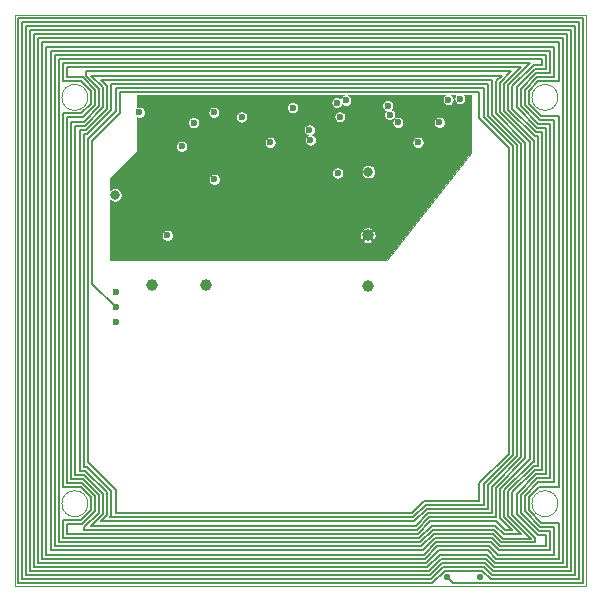
<source format=gbr>
%TF.GenerationSoftware,KiCad,Pcbnew,5.0.2-bee76a0~70~ubuntu18.04.1*%
%TF.CreationDate,2020-02-29T17:21:03-08:00*%
%TF.ProjectId,SolarCellX_v3,536f6c61-7243-4656-9c6c-585f76332e6b,rev?*%
%TF.SameCoordinates,Original*%
%TF.FileFunction,Copper,L4,Inr*%
%TF.FilePolarity,Positive*%
%FSLAX46Y46*%
G04 Gerber Fmt 4.6, Leading zero omitted, Abs format (unit mm)*
G04 Created by KiCad (PCBNEW 5.0.2-bee76a0~70~ubuntu18.04.1) date Sat 29 Feb 2020 05:21:03 PM PST*
%MOMM*%
%LPD*%
G01*
G04 APERTURE LIST*
%ADD10C,0.050000*%
%ADD11C,1.000000*%
%ADD12C,0.600000*%
%ADD13C,0.800000*%
%ADD14C,0.584200*%
%ADD15C,0.190000*%
%ADD16C,0.088900*%
G04 APERTURE END LIST*
D10*
X96200000Y-47000000D02*
G75*
G03X96200000Y-47000000I-1100000J0D01*
G01*
X96200000Y-81400000D02*
G75*
G03X96200000Y-81400000I-1100000J0D01*
G01*
X136000000Y-81400000D02*
G75*
G03X136000000Y-81400000I-1100000J0D01*
G01*
X136000000Y-47000000D02*
G75*
G03X136000000Y-47000000I-1100000J0D01*
G01*
X90000000Y-88400000D02*
X138400000Y-88400000D01*
X90000000Y-88400000D02*
X90000000Y-40000000D01*
X138400000Y-40000000D02*
X138400000Y-88400000D01*
X90000000Y-40000000D02*
X138400000Y-40000000D01*
D11*
X101600000Y-62865000D03*
X106172000Y-62865000D03*
X119888000Y-58674000D03*
X119888000Y-62992000D03*
D12*
X106253260Y-51754256D03*
X107523260Y-51754256D03*
X106253260Y-50509656D03*
X109410500Y-52514500D03*
X107530900Y-50485040D03*
X106923840Y-51092100D03*
X104302012Y-52519693D03*
D13*
X122050000Y-52050000D03*
X124450000Y-55400000D03*
D12*
X128250000Y-47700000D03*
X124650000Y-47694011D03*
X117537610Y-48650791D03*
X117348000Y-53403500D03*
X121600000Y-47700000D03*
X118047740Y-47243775D03*
X126700000Y-47200000D03*
X117284500Y-47434502D03*
X127700000Y-47100000D03*
X105156000Y-49149000D03*
X111633000Y-50800000D03*
X114950000Y-49750000D03*
X121750000Y-48450000D03*
X124150000Y-50800000D03*
X115050000Y-50600000D03*
X106870500Y-48260000D03*
X109232672Y-48653690D03*
X104144156Y-51144656D03*
X102933500Y-58674000D03*
X100550000Y-48250000D03*
D13*
X119958000Y-53290920D03*
D14*
X126619000Y-87630000D03*
D12*
X98552000Y-64770000D03*
X98552000Y-63500000D03*
X98552000Y-66040000D03*
D14*
X129413000Y-87630000D03*
D12*
X122450000Y-49100000D03*
X125950000Y-49100000D03*
X106913660Y-53938656D03*
X113538000Y-47879000D03*
D13*
X98500000Y-55250000D03*
D15*
X129350000Y-46550000D02*
X98900000Y-46550000D01*
X129350000Y-79650000D02*
X131850000Y-77150000D01*
X124700000Y-81150000D02*
X129350000Y-81150000D01*
X123650000Y-82200000D02*
X124700000Y-81150000D01*
X98550000Y-82200000D02*
X123650000Y-82200000D01*
X98550000Y-80250000D02*
X98550000Y-82200000D01*
X96200000Y-77900000D02*
X98550000Y-80250000D01*
X98550000Y-46200000D02*
X98550000Y-48150000D01*
X129700000Y-46200000D02*
X98550000Y-46200000D01*
X129700000Y-48650000D02*
X129700000Y-46200000D01*
X132200000Y-51150000D02*
X129700000Y-48650000D01*
X132200000Y-77250000D02*
X132200000Y-51150000D01*
X129700000Y-79750000D02*
X132200000Y-77250000D01*
X129700000Y-81500000D02*
X129700000Y-79750000D01*
X123750000Y-82550000D02*
X124800000Y-81500000D01*
X98200000Y-82450000D02*
X98100000Y-82550000D01*
X95850000Y-78250000D02*
X96100000Y-78250000D01*
X96150000Y-50100000D02*
X95850000Y-50100000D01*
X98200000Y-48050000D02*
X96150000Y-50100000D01*
X130050000Y-45850000D02*
X98200000Y-45850000D01*
X98900000Y-48300000D02*
X96550000Y-50650000D01*
X130050000Y-48550000D02*
X130050000Y-45850000D01*
X132550000Y-51050000D02*
X130050000Y-48550000D01*
X130050000Y-81850000D02*
X130050000Y-79850000D01*
X97850000Y-82350000D02*
X97300000Y-82900000D01*
X98200000Y-80350000D02*
X98200000Y-82450000D01*
X132550000Y-77350000D02*
X132550000Y-51050000D01*
X95500000Y-49750000D02*
X95500000Y-78600000D01*
X96050000Y-49750000D02*
X95500000Y-49750000D01*
X97850000Y-46050000D02*
X97850000Y-47950000D01*
X130400000Y-79950000D02*
X132900000Y-77450000D01*
X130400000Y-82200000D02*
X130400000Y-79950000D01*
X125000000Y-82200000D02*
X130400000Y-82200000D01*
X96550000Y-62768000D02*
X98552000Y-64770000D01*
X131850000Y-51250000D02*
X129350000Y-48750000D01*
X96500000Y-83250000D02*
X123950000Y-83250000D01*
X97500000Y-82250000D02*
X96500000Y-83250000D01*
X97500000Y-80550000D02*
X97500000Y-82250000D01*
X95900000Y-78950000D02*
X97500000Y-80550000D01*
X95150000Y-49400000D02*
X95150000Y-78950000D01*
X95950000Y-49400000D02*
X95150000Y-49400000D01*
X97500000Y-47850000D02*
X95950000Y-49400000D01*
X96500000Y-45150000D02*
X97500000Y-46150000D01*
X131250000Y-45150000D02*
X96500000Y-45150000D01*
X130750000Y-45650000D02*
X131250000Y-45150000D01*
X133250000Y-50850000D02*
X130750000Y-48350000D01*
X133250000Y-77550000D02*
X133250000Y-50850000D01*
X98100000Y-82550000D02*
X123750000Y-82550000D01*
X130750000Y-82550000D02*
X130750000Y-80050000D01*
X124050000Y-83600000D02*
X125100000Y-82550000D01*
X95900000Y-83600000D02*
X124050000Y-83600000D01*
X95900000Y-83400000D02*
X95900000Y-83600000D01*
X97150000Y-82150000D02*
X95900000Y-83400000D01*
X94800000Y-49050000D02*
X94800000Y-79300000D01*
X97150000Y-46250000D02*
X97150000Y-47750000D01*
X96050000Y-44800000D02*
X96050000Y-45150000D01*
X131100000Y-45750000D02*
X132050000Y-44800000D01*
X130050000Y-79850000D02*
X132550000Y-77350000D01*
X131100000Y-48250000D02*
X131100000Y-45750000D01*
X132900000Y-50950000D02*
X130400000Y-48450000D01*
X133600000Y-50750000D02*
X131100000Y-48250000D01*
X133600000Y-77650000D02*
X133600000Y-50750000D01*
X131100000Y-80150000D02*
X133600000Y-77650000D01*
X132100000Y-83650000D02*
X131100000Y-82650000D01*
X131550000Y-83650000D02*
X132100000Y-83650000D01*
X130800000Y-82900000D02*
X131550000Y-83650000D01*
X124150000Y-83950000D02*
X125200000Y-82900000D01*
X125100000Y-82550000D02*
X130750000Y-82550000D01*
X95750000Y-48700000D02*
X94450000Y-48700000D01*
X96800000Y-46350000D02*
X96800000Y-47650000D01*
X135350000Y-79250000D02*
X135350000Y-49250000D01*
X131450000Y-45850000D02*
X132850000Y-44450000D01*
X95611409Y-80000000D02*
X96451570Y-80840161D01*
X133950000Y-50650000D02*
X131450000Y-48150000D01*
X131450000Y-82550000D02*
X131450000Y-80250000D01*
X96451570Y-81959838D02*
X95611408Y-82800000D01*
X136050000Y-42350000D02*
X92350000Y-42350000D01*
X132150000Y-80450000D02*
X134050000Y-78550000D01*
X132900000Y-84000000D02*
X131450000Y-82550000D01*
X96451570Y-80840161D02*
X96451570Y-81959838D01*
X96451570Y-46440161D02*
X96451570Y-47559838D01*
X132850000Y-44450000D02*
X94450000Y-44450000D01*
X96800000Y-47650000D02*
X95750000Y-48700000D01*
X133850000Y-77850000D02*
X133950000Y-77850000D01*
X134650000Y-49950000D02*
X134150000Y-49950000D01*
X94100000Y-45650000D02*
X95661409Y-45650000D01*
X133650000Y-44100000D02*
X94100000Y-44100000D01*
X96050000Y-45150000D02*
X97150000Y-46250000D01*
X90600000Y-87800000D02*
X125250000Y-87800000D01*
X132500000Y-82250000D02*
X132500000Y-80550000D01*
X125300000Y-83250000D02*
X130700000Y-83250000D01*
X98900000Y-46550000D02*
X98900000Y-48300000D01*
X131800000Y-48050000D02*
X131800000Y-45950000D01*
X123950000Y-83250000D02*
X125000000Y-82200000D01*
X133200000Y-46350000D02*
X134250000Y-45300000D01*
X93050000Y-43050000D02*
X93050000Y-85350000D01*
X134300000Y-50300000D02*
X134050000Y-50300000D01*
X133950000Y-78200000D02*
X134300000Y-78200000D01*
X131800000Y-80350000D02*
X133950000Y-78200000D01*
X94450000Y-48700000D02*
X94450000Y-79650000D01*
X129900000Y-86050000D02*
X130600000Y-86750000D01*
X133700000Y-84350000D02*
X131800000Y-82450000D01*
X132900000Y-77450000D02*
X132900000Y-50950000D01*
X135700000Y-45300000D02*
X135700000Y-42700000D01*
X134250000Y-49600000D02*
X132500000Y-47850000D01*
X131350000Y-84350000D02*
X133700000Y-84350000D01*
X98550000Y-48150000D02*
X96200000Y-50500000D01*
X130800000Y-86050000D02*
X136050000Y-86050000D01*
X96800000Y-82050000D02*
X95700000Y-83150000D01*
X130600000Y-83600000D02*
X131350000Y-84350000D01*
X131800000Y-82450000D02*
X131800000Y-80350000D01*
X133950000Y-77850000D02*
X133950000Y-50650000D01*
X93750000Y-84650000D02*
X124350000Y-84650000D01*
X97150000Y-47750000D02*
X95850000Y-49050000D01*
X93750000Y-43750000D02*
X93750000Y-84650000D01*
X134650000Y-43750000D02*
X93750000Y-43750000D01*
X97300000Y-45500000D02*
X97850000Y-46050000D01*
X133950000Y-44250000D02*
X134650000Y-44250000D01*
X94450000Y-45300000D02*
X95750000Y-45300000D01*
X135700000Y-85700000D02*
X135700000Y-83350000D01*
X132150000Y-47950000D02*
X132150000Y-46050000D01*
X95661408Y-48350000D02*
X94100000Y-48350000D01*
X132150000Y-82350000D02*
X132150000Y-80450000D01*
X134100000Y-84650000D02*
X134100000Y-84300000D01*
X130500000Y-83950000D02*
X131200000Y-84650000D01*
X95850000Y-49050000D02*
X94800000Y-49050000D01*
X124450000Y-85000000D02*
X125500000Y-83950000D01*
X93400000Y-85000000D02*
X124450000Y-85000000D01*
X135000000Y-43400000D02*
X93400000Y-43400000D01*
X135000000Y-44600000D02*
X135000000Y-43400000D01*
X132500000Y-47850000D02*
X132500000Y-46150000D01*
X135000000Y-78900000D02*
X135000000Y-49600000D01*
X135000000Y-84050000D02*
X134300000Y-84050000D01*
X96100000Y-78250000D02*
X98200000Y-80350000D01*
X135000000Y-85000000D02*
X135000000Y-84050000D01*
X126400000Y-87100000D02*
X129600000Y-87100000D01*
X124850000Y-86400000D02*
X125900000Y-85350000D01*
X125800000Y-85000000D02*
X130200000Y-85000000D01*
X130400000Y-84300000D02*
X131100000Y-85000000D01*
X97850000Y-80450000D02*
X97850000Y-82350000D01*
X125600000Y-84300000D02*
X130400000Y-84300000D01*
X125250000Y-87800000D02*
X126300000Y-86750000D01*
X124550000Y-85350000D02*
X125600000Y-84300000D01*
X135350000Y-44950000D02*
X135350000Y-43050000D01*
X130750000Y-80050000D02*
X133250000Y-77550000D01*
X134150000Y-44950000D02*
X135350000Y-44950000D01*
X131450000Y-84000000D02*
X132900000Y-84000000D01*
X132850000Y-46250000D02*
X134150000Y-44950000D01*
X124800000Y-81500000D02*
X129700000Y-81500000D01*
X134650000Y-78550000D02*
X134650000Y-49950000D01*
X132850000Y-47750000D02*
X132850000Y-46250000D01*
X134350000Y-49250000D02*
X132850000Y-47750000D01*
X132850000Y-82150000D02*
X132850000Y-80650000D01*
X131100000Y-82650000D02*
X131100000Y-80150000D01*
X126100000Y-86050000D02*
X129900000Y-86050000D01*
X134400000Y-83700000D02*
X132850000Y-82150000D01*
X134050000Y-50300000D02*
X131800000Y-48050000D01*
X94450000Y-83950000D02*
X124150000Y-83950000D01*
X125347010Y-88152990D02*
X126400000Y-87100000D01*
X134300000Y-84050000D02*
X132500000Y-82250000D01*
X135350000Y-83700000D02*
X134400000Y-83700000D01*
X96200000Y-50500000D02*
X96200000Y-77900000D01*
X131000000Y-85350000D02*
X135350000Y-85350000D01*
X96550000Y-50650000D02*
X96550000Y-62768000D01*
X124250000Y-84300000D02*
X125300000Y-83250000D01*
X97500000Y-46150000D02*
X97500000Y-47850000D01*
X97150000Y-80650000D02*
X97150000Y-82150000D01*
X134150000Y-49950000D02*
X132150000Y-47950000D01*
X137100000Y-41300000D02*
X91300000Y-41300000D01*
X125700000Y-84650000D02*
X130300000Y-84650000D01*
X135700000Y-42700000D02*
X92700000Y-42700000D01*
X96451570Y-47559838D02*
X95661408Y-48350000D01*
X134250000Y-45300000D02*
X135700000Y-45300000D01*
X93400000Y-43400000D02*
X93400000Y-85000000D01*
X95500000Y-78600000D02*
X96000000Y-78600000D01*
X130300000Y-84650000D02*
X131000000Y-85350000D01*
X133200000Y-47650000D02*
X133200000Y-46350000D01*
X94100000Y-84300000D02*
X124250000Y-84300000D01*
X135350000Y-49250000D02*
X134350000Y-49250000D01*
X134450000Y-48900000D02*
X133200000Y-47650000D01*
X134050000Y-44600000D02*
X135000000Y-44600000D01*
X92000000Y-42000000D02*
X92000000Y-86400000D01*
X125900000Y-85350000D02*
X130100000Y-85350000D01*
X124900000Y-81850000D02*
X130050000Y-81850000D01*
X135700000Y-48900000D02*
X134450000Y-48900000D01*
X134350000Y-79600000D02*
X135700000Y-79600000D01*
X94450000Y-83150000D02*
X94450000Y-83950000D01*
X134500000Y-83350000D02*
X133200000Y-82050000D01*
X133200000Y-80750000D02*
X134350000Y-79600000D01*
X123850000Y-82900000D02*
X124900000Y-81850000D01*
X135700000Y-83350000D02*
X134500000Y-83350000D01*
X130200000Y-85000000D02*
X130900000Y-85700000D01*
X137800000Y-87800000D02*
X137800000Y-40600000D01*
X132850000Y-80650000D02*
X134250000Y-79250000D01*
X124750000Y-86050000D02*
X125800000Y-85000000D01*
X95700000Y-79650000D02*
X96800000Y-80750000D01*
X134650000Y-44250000D02*
X134650000Y-43750000D01*
X98200000Y-45850000D02*
X98200000Y-48050000D01*
X134538591Y-48550000D02*
X133548429Y-47559838D01*
X136050000Y-79950000D02*
X136050000Y-48550000D01*
X134438590Y-79950000D02*
X136050000Y-79950000D01*
X134588591Y-83000000D02*
X133548429Y-81959838D01*
X136050000Y-83000000D02*
X134588591Y-83000000D01*
X133200000Y-82050000D02*
X133200000Y-80750000D01*
X130300000Y-87800000D02*
X137800000Y-87800000D01*
X94100000Y-82800000D02*
X94100000Y-84300000D01*
X130400000Y-45500000D02*
X97300000Y-45500000D01*
X124350000Y-84650000D02*
X125400000Y-83600000D01*
X134150000Y-78900000D02*
X135000000Y-78900000D01*
X95150000Y-78950000D02*
X95900000Y-78950000D01*
X126300000Y-86750000D02*
X129700000Y-86750000D01*
X130900000Y-85700000D02*
X135700000Y-85700000D01*
X131100000Y-85000000D02*
X135000000Y-85000000D01*
X130100000Y-85350000D02*
X130800000Y-86050000D01*
X133548429Y-81959838D02*
X133548429Y-80840161D01*
X136750000Y-41650000D02*
X91650000Y-41650000D01*
X94450000Y-79650000D02*
X95700000Y-79650000D01*
X132150000Y-46050000D02*
X133950000Y-44250000D01*
X94100000Y-44100000D02*
X94100000Y-45650000D01*
X136400000Y-42000000D02*
X92000000Y-42000000D01*
X136050000Y-48550000D02*
X134538591Y-48550000D01*
X130500000Y-87100000D02*
X137100000Y-87100000D01*
X137100000Y-87100000D02*
X137100000Y-41300000D01*
X132500000Y-80550000D02*
X134150000Y-78900000D01*
X130700000Y-86400000D02*
X136400000Y-86400000D01*
X94800000Y-79300000D02*
X95800000Y-79300000D01*
X90600000Y-40600000D02*
X90600000Y-87800000D01*
X131800000Y-45950000D02*
X133650000Y-44100000D01*
X126000000Y-85700000D02*
X130000000Y-85700000D01*
X130700000Y-83250000D02*
X131450000Y-84000000D01*
X125050000Y-87100000D02*
X126100000Y-86050000D01*
X133548429Y-80840161D02*
X134438590Y-79950000D01*
X95800000Y-79300000D02*
X97150000Y-80650000D01*
X90247010Y-40247010D02*
X90247010Y-88152990D01*
X91650000Y-86750000D02*
X124950000Y-86750000D01*
X95750000Y-45300000D02*
X96800000Y-46350000D01*
X90247010Y-88152990D02*
X125347010Y-88152990D01*
X92000000Y-86400000D02*
X124850000Y-86400000D01*
X95850000Y-50100000D02*
X95850000Y-78250000D01*
X134300000Y-78200000D02*
X134300000Y-50300000D01*
X133548429Y-47559838D02*
X133548429Y-46440161D01*
X91300000Y-41300000D02*
X91300000Y-87100000D01*
X138152990Y-88152990D02*
X138152990Y-40247010D01*
X134050000Y-78550000D02*
X134650000Y-78550000D01*
X96800000Y-80750000D02*
X96800000Y-82050000D01*
X131200000Y-84650000D02*
X134100000Y-84650000D01*
X125500000Y-83950000D02*
X130500000Y-83950000D01*
X138152990Y-40247010D02*
X90247010Y-40247010D01*
X93050000Y-85350000D02*
X124550000Y-85350000D01*
X91650000Y-41650000D02*
X91650000Y-86750000D01*
X130600000Y-86750000D02*
X136750000Y-86750000D01*
X94100000Y-48350000D02*
X94100000Y-80000000D01*
X136750000Y-86750000D02*
X136750000Y-41650000D01*
X94450000Y-44450000D02*
X94450000Y-45300000D01*
X124650000Y-85700000D02*
X125700000Y-84650000D01*
X95611408Y-82800000D02*
X94100000Y-82800000D01*
X96000000Y-78600000D02*
X97850000Y-80450000D01*
X130750000Y-48350000D02*
X130750000Y-45650000D01*
X135350000Y-43050000D02*
X93050000Y-43050000D01*
X130000000Y-85700000D02*
X130700000Y-86400000D01*
X125150000Y-87450000D02*
X126200000Y-86400000D01*
X136050000Y-86050000D02*
X136050000Y-83000000D01*
X129350000Y-81150000D02*
X129350000Y-79650000D01*
X129800000Y-86400000D02*
X130500000Y-87100000D01*
X126200000Y-86400000D02*
X129800000Y-86400000D01*
X129700000Y-86750000D02*
X130400000Y-87450000D01*
X132050000Y-44800000D02*
X96050000Y-44800000D01*
X136400000Y-86400000D02*
X136400000Y-42000000D01*
X137450000Y-40950000D02*
X90950000Y-40950000D01*
X134250000Y-79250000D02*
X135350000Y-79250000D01*
X92350000Y-86050000D02*
X124750000Y-86050000D01*
X131850000Y-77150000D02*
X131850000Y-51250000D01*
X125400000Y-83600000D02*
X130600000Y-83600000D01*
X135350000Y-85350000D02*
X135350000Y-83700000D01*
X132500000Y-46150000D02*
X134050000Y-44600000D01*
X130400000Y-87450000D02*
X137450000Y-87450000D01*
X124950000Y-86750000D02*
X126000000Y-85700000D01*
X95661409Y-45650000D02*
X96451570Y-46440161D01*
X92700000Y-85700000D02*
X124650000Y-85700000D01*
X134100000Y-84300000D02*
X132150000Y-82350000D01*
X95700000Y-83150000D02*
X94450000Y-83150000D01*
X94100000Y-80000000D02*
X95611409Y-80000000D01*
X92350000Y-42350000D02*
X92350000Y-86050000D01*
X133548429Y-46440161D02*
X134338590Y-45650000D01*
X135000000Y-49600000D02*
X134250000Y-49600000D01*
X90950000Y-87450000D02*
X125150000Y-87450000D01*
X129350000Y-48750000D02*
X129350000Y-46550000D01*
X90950000Y-40950000D02*
X90950000Y-87450000D01*
X97850000Y-47950000D02*
X96050000Y-49750000D01*
X130400000Y-48450000D02*
X130400000Y-45500000D01*
X137450000Y-87450000D02*
X137450000Y-40950000D01*
X131450000Y-48150000D02*
X131450000Y-45850000D01*
X92700000Y-42700000D02*
X92700000Y-85700000D01*
X134338590Y-45650000D02*
X136050000Y-45650000D01*
X97300000Y-82900000D02*
X123850000Y-82900000D01*
X137800000Y-40600000D02*
X90600000Y-40600000D01*
X126619000Y-87630000D02*
X127141990Y-88152990D01*
X135700000Y-79600000D02*
X135700000Y-48900000D01*
X136050000Y-45650000D02*
X136050000Y-42350000D01*
X131450000Y-80250000D02*
X133850000Y-77850000D01*
X129600000Y-87100000D02*
X130300000Y-87800000D01*
X125200000Y-82900000D02*
X130800000Y-82900000D01*
X91300000Y-87100000D02*
X125050000Y-87100000D01*
X127141990Y-88152990D02*
X138152990Y-88152990D01*
D16*
G36*
X117824425Y-46825982D02*
X117747208Y-46877576D01*
X117681541Y-46943243D01*
X117629947Y-47020460D01*
X117602779Y-47086050D01*
X117585032Y-47068303D01*
X117507815Y-47016709D01*
X117422017Y-46981170D01*
X117330934Y-46963052D01*
X117238066Y-46963052D01*
X117146983Y-46981170D01*
X117061185Y-47016709D01*
X116983968Y-47068303D01*
X116918301Y-47133970D01*
X116866707Y-47211187D01*
X116831168Y-47296985D01*
X116813050Y-47388068D01*
X116813050Y-47480936D01*
X116831168Y-47572019D01*
X116866707Y-47657817D01*
X116918301Y-47735034D01*
X116983968Y-47800701D01*
X117061185Y-47852295D01*
X117146983Y-47887834D01*
X117238066Y-47905952D01*
X117330934Y-47905952D01*
X117422017Y-47887834D01*
X117507815Y-47852295D01*
X117585032Y-47800701D01*
X117650699Y-47735034D01*
X117702293Y-47657817D01*
X117729461Y-47592227D01*
X117747208Y-47609974D01*
X117824425Y-47661568D01*
X117910223Y-47697107D01*
X118001306Y-47715225D01*
X118094174Y-47715225D01*
X118185257Y-47697107D01*
X118271055Y-47661568D01*
X118283031Y-47653566D01*
X121128550Y-47653566D01*
X121128550Y-47746434D01*
X121146668Y-47837517D01*
X121182207Y-47923315D01*
X121233801Y-48000532D01*
X121299468Y-48066199D01*
X121376685Y-48117793D01*
X121404114Y-48129155D01*
X121383801Y-48149468D01*
X121332207Y-48226685D01*
X121296668Y-48312483D01*
X121278550Y-48403566D01*
X121278550Y-48496434D01*
X121296668Y-48587517D01*
X121332207Y-48673315D01*
X121383801Y-48750532D01*
X121449468Y-48816199D01*
X121526685Y-48867793D01*
X121612483Y-48903332D01*
X121703566Y-48921450D01*
X121796434Y-48921450D01*
X121887517Y-48903332D01*
X121973315Y-48867793D01*
X122050532Y-48816199D01*
X122116199Y-48750532D01*
X122167793Y-48673315D01*
X122203332Y-48587517D01*
X122221450Y-48496434D01*
X122221450Y-48403566D01*
X122203332Y-48312483D01*
X122167793Y-48226685D01*
X122116199Y-48149468D01*
X122050532Y-48083801D01*
X121973315Y-48032207D01*
X121945886Y-48020845D01*
X121966199Y-48000532D01*
X122017793Y-47923315D01*
X122053332Y-47837517D01*
X122071450Y-47746434D01*
X122071450Y-47653566D01*
X122053332Y-47562483D01*
X122017793Y-47476685D01*
X121966199Y-47399468D01*
X121900532Y-47333801D01*
X121823315Y-47282207D01*
X121737517Y-47246668D01*
X121646434Y-47228550D01*
X121553566Y-47228550D01*
X121462483Y-47246668D01*
X121376685Y-47282207D01*
X121299468Y-47333801D01*
X121233801Y-47399468D01*
X121182207Y-47476685D01*
X121146668Y-47562483D01*
X121128550Y-47653566D01*
X118283031Y-47653566D01*
X118348272Y-47609974D01*
X118413939Y-47544307D01*
X118465533Y-47467090D01*
X118501072Y-47381292D01*
X118519190Y-47290209D01*
X118519190Y-47197341D01*
X118501072Y-47106258D01*
X118465533Y-47020460D01*
X118413939Y-46943243D01*
X118348272Y-46877576D01*
X118271055Y-46825982D01*
X118248043Y-46816450D01*
X126425436Y-46816450D01*
X126399468Y-46833801D01*
X126333801Y-46899468D01*
X126282207Y-46976685D01*
X126246668Y-47062483D01*
X126228550Y-47153566D01*
X126228550Y-47246434D01*
X126246668Y-47337517D01*
X126282207Y-47423315D01*
X126333801Y-47500532D01*
X126399468Y-47566199D01*
X126476685Y-47617793D01*
X126562483Y-47653332D01*
X126653566Y-47671450D01*
X126746434Y-47671450D01*
X126837517Y-47653332D01*
X126923315Y-47617793D01*
X127000532Y-47566199D01*
X127066199Y-47500532D01*
X127117793Y-47423315D01*
X127153332Y-47337517D01*
X127171450Y-47246434D01*
X127171450Y-47153566D01*
X127153332Y-47062483D01*
X127117793Y-46976685D01*
X127066199Y-46899468D01*
X127000532Y-46833801D01*
X126974564Y-46816450D01*
X127322454Y-46816450D01*
X127282207Y-46876685D01*
X127246668Y-46962483D01*
X127228550Y-47053566D01*
X127228550Y-47146434D01*
X127246668Y-47237517D01*
X127282207Y-47323315D01*
X127333801Y-47400532D01*
X127399468Y-47466199D01*
X127476685Y-47517793D01*
X127562483Y-47553332D01*
X127653566Y-47571450D01*
X127746434Y-47571450D01*
X127837517Y-47553332D01*
X127923315Y-47517793D01*
X128000532Y-47466199D01*
X128066199Y-47400532D01*
X128117793Y-47323315D01*
X128153332Y-47237517D01*
X128171450Y-47146434D01*
X128171450Y-47053566D01*
X128153332Y-46962483D01*
X128117793Y-46876685D01*
X128077546Y-46816450D01*
X128670050Y-46816450D01*
X128670050Y-51736972D01*
X121517566Y-60725050D01*
X98088450Y-60725050D01*
X98088450Y-59167429D01*
X119493354Y-59167429D01*
X119550062Y-59257967D01*
X119670482Y-59312675D01*
X119799260Y-59342839D01*
X119931450Y-59347299D01*
X120061969Y-59325885D01*
X120185803Y-59279420D01*
X120225938Y-59257967D01*
X120282646Y-59167429D01*
X119888000Y-58772783D01*
X119493354Y-59167429D01*
X98088450Y-59167429D01*
X98088450Y-58627566D01*
X102462050Y-58627566D01*
X102462050Y-58720434D01*
X102480168Y-58811517D01*
X102515707Y-58897315D01*
X102567301Y-58974532D01*
X102632968Y-59040199D01*
X102710185Y-59091793D01*
X102795983Y-59127332D01*
X102887066Y-59145450D01*
X102979934Y-59145450D01*
X103071017Y-59127332D01*
X103156815Y-59091793D01*
X103234032Y-59040199D01*
X103299699Y-58974532D01*
X103351293Y-58897315D01*
X103386832Y-58811517D01*
X103404950Y-58720434D01*
X103404950Y-58717450D01*
X119214701Y-58717450D01*
X119236115Y-58847969D01*
X119282580Y-58971803D01*
X119304033Y-59011938D01*
X119394571Y-59068646D01*
X119789217Y-58674000D01*
X119986783Y-58674000D01*
X120381429Y-59068646D01*
X120471967Y-59011938D01*
X120526675Y-58891518D01*
X120556839Y-58762740D01*
X120561299Y-58630550D01*
X120539885Y-58500031D01*
X120493420Y-58376197D01*
X120471967Y-58336062D01*
X120381429Y-58279354D01*
X119986783Y-58674000D01*
X119789217Y-58674000D01*
X119394571Y-58279354D01*
X119304033Y-58336062D01*
X119249325Y-58456482D01*
X119219161Y-58585260D01*
X119214701Y-58717450D01*
X103404950Y-58717450D01*
X103404950Y-58627566D01*
X103386832Y-58536483D01*
X103351293Y-58450685D01*
X103299699Y-58373468D01*
X103234032Y-58307801D01*
X103156815Y-58256207D01*
X103071017Y-58220668D01*
X102979934Y-58202550D01*
X102887066Y-58202550D01*
X102795983Y-58220668D01*
X102710185Y-58256207D01*
X102632968Y-58307801D01*
X102567301Y-58373468D01*
X102515707Y-58450685D01*
X102480168Y-58536483D01*
X102462050Y-58627566D01*
X98088450Y-58627566D01*
X98088450Y-58180571D01*
X119493354Y-58180571D01*
X119888000Y-58575217D01*
X120282646Y-58180571D01*
X120225938Y-58090033D01*
X120105518Y-58035325D01*
X119976740Y-58005161D01*
X119844550Y-58000701D01*
X119714031Y-58022115D01*
X119590197Y-58068580D01*
X119550062Y-58090033D01*
X119493354Y-58180571D01*
X98088450Y-58180571D01*
X98088450Y-55646602D01*
X98135722Y-55693874D01*
X98229317Y-55756412D01*
X98333314Y-55799489D01*
X98443717Y-55821450D01*
X98556283Y-55821450D01*
X98666686Y-55799489D01*
X98770683Y-55756412D01*
X98864278Y-55693874D01*
X98943874Y-55614278D01*
X99006412Y-55520683D01*
X99049489Y-55416686D01*
X99071450Y-55306283D01*
X99071450Y-55193717D01*
X99049489Y-55083314D01*
X99006412Y-54979317D01*
X98943874Y-54885722D01*
X98864278Y-54806126D01*
X98770683Y-54743588D01*
X98666686Y-54700511D01*
X98556283Y-54678550D01*
X98443717Y-54678550D01*
X98333314Y-54700511D01*
X98229317Y-54743588D01*
X98135722Y-54806126D01*
X98088450Y-54853398D01*
X98088450Y-53892222D01*
X106442210Y-53892222D01*
X106442210Y-53985090D01*
X106460328Y-54076173D01*
X106495867Y-54161971D01*
X106547461Y-54239188D01*
X106613128Y-54304855D01*
X106690345Y-54356449D01*
X106776143Y-54391988D01*
X106867226Y-54410106D01*
X106960094Y-54410106D01*
X107051177Y-54391988D01*
X107136975Y-54356449D01*
X107214192Y-54304855D01*
X107279859Y-54239188D01*
X107331453Y-54161971D01*
X107366992Y-54076173D01*
X107385110Y-53985090D01*
X107385110Y-53892222D01*
X107366992Y-53801139D01*
X107331453Y-53715341D01*
X107279859Y-53638124D01*
X107214192Y-53572457D01*
X107136975Y-53520863D01*
X107051177Y-53485324D01*
X106960094Y-53467206D01*
X106867226Y-53467206D01*
X106776143Y-53485324D01*
X106690345Y-53520863D01*
X106613128Y-53572457D01*
X106547461Y-53638124D01*
X106495867Y-53715341D01*
X106460328Y-53801139D01*
X106442210Y-53892222D01*
X98088450Y-53892222D01*
X98088450Y-53803279D01*
X98547411Y-53357066D01*
X116876550Y-53357066D01*
X116876550Y-53449934D01*
X116894668Y-53541017D01*
X116930207Y-53626815D01*
X116981801Y-53704032D01*
X117047468Y-53769699D01*
X117124685Y-53821293D01*
X117210483Y-53856832D01*
X117301566Y-53874950D01*
X117394434Y-53874950D01*
X117485517Y-53856832D01*
X117571315Y-53821293D01*
X117648532Y-53769699D01*
X117714199Y-53704032D01*
X117765793Y-53626815D01*
X117801332Y-53541017D01*
X117819450Y-53449934D01*
X117819450Y-53357066D01*
X117801332Y-53265983D01*
X117788348Y-53234637D01*
X119386550Y-53234637D01*
X119386550Y-53347203D01*
X119408511Y-53457606D01*
X119451588Y-53561603D01*
X119514126Y-53655198D01*
X119593722Y-53734794D01*
X119687317Y-53797332D01*
X119791314Y-53840409D01*
X119901717Y-53862370D01*
X120014283Y-53862370D01*
X120124686Y-53840409D01*
X120228683Y-53797332D01*
X120322278Y-53734794D01*
X120401874Y-53655198D01*
X120464412Y-53561603D01*
X120507489Y-53457606D01*
X120529450Y-53347203D01*
X120529450Y-53234637D01*
X120507489Y-53124234D01*
X120464412Y-53020237D01*
X120401874Y-52926642D01*
X120322278Y-52847046D01*
X120228683Y-52784508D01*
X120124686Y-52741431D01*
X120014283Y-52719470D01*
X119901717Y-52719470D01*
X119791314Y-52741431D01*
X119687317Y-52784508D01*
X119593722Y-52847046D01*
X119514126Y-52926642D01*
X119451588Y-53020237D01*
X119408511Y-53124234D01*
X119386550Y-53234637D01*
X117788348Y-53234637D01*
X117765793Y-53180185D01*
X117714199Y-53102968D01*
X117648532Y-53037301D01*
X117571315Y-52985707D01*
X117485517Y-52950168D01*
X117394434Y-52932050D01*
X117301566Y-52932050D01*
X117210483Y-52950168D01*
X117124685Y-52985707D01*
X117047468Y-53037301D01*
X116981801Y-53102968D01*
X116930207Y-53180185D01*
X116894668Y-53265983D01*
X116876550Y-53357066D01*
X98547411Y-53357066D01*
X100360985Y-51593870D01*
X100366607Y-51587213D01*
X100370823Y-51579587D01*
X100373469Y-51571285D01*
X100374450Y-51562000D01*
X100374450Y-51098222D01*
X103672706Y-51098222D01*
X103672706Y-51191090D01*
X103690824Y-51282173D01*
X103726363Y-51367971D01*
X103777957Y-51445188D01*
X103843624Y-51510855D01*
X103920841Y-51562449D01*
X104006639Y-51597988D01*
X104097722Y-51616106D01*
X104190590Y-51616106D01*
X104281673Y-51597988D01*
X104367471Y-51562449D01*
X104444688Y-51510855D01*
X104510355Y-51445188D01*
X104561949Y-51367971D01*
X104597488Y-51282173D01*
X104615606Y-51191090D01*
X104615606Y-51098222D01*
X104597488Y-51007139D01*
X104561949Y-50921341D01*
X104510355Y-50844124D01*
X104444688Y-50778457D01*
X104407436Y-50753566D01*
X111161550Y-50753566D01*
X111161550Y-50846434D01*
X111179668Y-50937517D01*
X111215207Y-51023315D01*
X111266801Y-51100532D01*
X111332468Y-51166199D01*
X111409685Y-51217793D01*
X111495483Y-51253332D01*
X111586566Y-51271450D01*
X111679434Y-51271450D01*
X111770517Y-51253332D01*
X111856315Y-51217793D01*
X111933532Y-51166199D01*
X111999199Y-51100532D01*
X112050793Y-51023315D01*
X112086332Y-50937517D01*
X112104450Y-50846434D01*
X112104450Y-50753566D01*
X112086332Y-50662483D01*
X112050793Y-50576685D01*
X111999199Y-50499468D01*
X111933532Y-50433801D01*
X111856315Y-50382207D01*
X111770517Y-50346668D01*
X111679434Y-50328550D01*
X111586566Y-50328550D01*
X111495483Y-50346668D01*
X111409685Y-50382207D01*
X111332468Y-50433801D01*
X111266801Y-50499468D01*
X111215207Y-50576685D01*
X111179668Y-50662483D01*
X111161550Y-50753566D01*
X104407436Y-50753566D01*
X104367471Y-50726863D01*
X104281673Y-50691324D01*
X104190590Y-50673206D01*
X104097722Y-50673206D01*
X104006639Y-50691324D01*
X103920841Y-50726863D01*
X103843624Y-50778457D01*
X103777957Y-50844124D01*
X103726363Y-50921341D01*
X103690824Y-51007139D01*
X103672706Y-51098222D01*
X100374450Y-51098222D01*
X100374450Y-49703566D01*
X114478550Y-49703566D01*
X114478550Y-49796434D01*
X114496668Y-49887517D01*
X114532207Y-49973315D01*
X114583801Y-50050532D01*
X114649468Y-50116199D01*
X114726685Y-50167793D01*
X114801733Y-50198879D01*
X114749468Y-50233801D01*
X114683801Y-50299468D01*
X114632207Y-50376685D01*
X114596668Y-50462483D01*
X114578550Y-50553566D01*
X114578550Y-50646434D01*
X114596668Y-50737517D01*
X114632207Y-50823315D01*
X114683801Y-50900532D01*
X114749468Y-50966199D01*
X114826685Y-51017793D01*
X114912483Y-51053332D01*
X115003566Y-51071450D01*
X115096434Y-51071450D01*
X115187517Y-51053332D01*
X115273315Y-51017793D01*
X115350532Y-50966199D01*
X115416199Y-50900532D01*
X115467793Y-50823315D01*
X115496684Y-50753566D01*
X123678550Y-50753566D01*
X123678550Y-50846434D01*
X123696668Y-50937517D01*
X123732207Y-51023315D01*
X123783801Y-51100532D01*
X123849468Y-51166199D01*
X123926685Y-51217793D01*
X124012483Y-51253332D01*
X124103566Y-51271450D01*
X124196434Y-51271450D01*
X124287517Y-51253332D01*
X124373315Y-51217793D01*
X124450532Y-51166199D01*
X124516199Y-51100532D01*
X124567793Y-51023315D01*
X124603332Y-50937517D01*
X124621450Y-50846434D01*
X124621450Y-50753566D01*
X124603332Y-50662483D01*
X124567793Y-50576685D01*
X124516199Y-50499468D01*
X124450532Y-50433801D01*
X124373315Y-50382207D01*
X124287517Y-50346668D01*
X124196434Y-50328550D01*
X124103566Y-50328550D01*
X124012483Y-50346668D01*
X123926685Y-50382207D01*
X123849468Y-50433801D01*
X123783801Y-50499468D01*
X123732207Y-50576685D01*
X123696668Y-50662483D01*
X123678550Y-50753566D01*
X115496684Y-50753566D01*
X115503332Y-50737517D01*
X115521450Y-50646434D01*
X115521450Y-50553566D01*
X115503332Y-50462483D01*
X115467793Y-50376685D01*
X115416199Y-50299468D01*
X115350532Y-50233801D01*
X115273315Y-50182207D01*
X115198267Y-50151121D01*
X115250532Y-50116199D01*
X115316199Y-50050532D01*
X115367793Y-49973315D01*
X115403332Y-49887517D01*
X115421450Y-49796434D01*
X115421450Y-49703566D01*
X115403332Y-49612483D01*
X115367793Y-49526685D01*
X115316199Y-49449468D01*
X115250532Y-49383801D01*
X115173315Y-49332207D01*
X115087517Y-49296668D01*
X114996434Y-49278550D01*
X114903566Y-49278550D01*
X114812483Y-49296668D01*
X114726685Y-49332207D01*
X114649468Y-49383801D01*
X114583801Y-49449468D01*
X114532207Y-49526685D01*
X114496668Y-49612483D01*
X114478550Y-49703566D01*
X100374450Y-49703566D01*
X100374450Y-49102566D01*
X104684550Y-49102566D01*
X104684550Y-49195434D01*
X104702668Y-49286517D01*
X104738207Y-49372315D01*
X104789801Y-49449532D01*
X104855468Y-49515199D01*
X104932685Y-49566793D01*
X105018483Y-49602332D01*
X105109566Y-49620450D01*
X105202434Y-49620450D01*
X105293517Y-49602332D01*
X105379315Y-49566793D01*
X105456532Y-49515199D01*
X105522199Y-49449532D01*
X105573793Y-49372315D01*
X105609332Y-49286517D01*
X105627450Y-49195434D01*
X105627450Y-49102566D01*
X105609332Y-49011483D01*
X105573793Y-48925685D01*
X105522199Y-48848468D01*
X105456532Y-48782801D01*
X105379315Y-48731207D01*
X105293517Y-48695668D01*
X105202434Y-48677550D01*
X105109566Y-48677550D01*
X105018483Y-48695668D01*
X104932685Y-48731207D01*
X104855468Y-48782801D01*
X104789801Y-48848468D01*
X104738207Y-48925685D01*
X104702668Y-49011483D01*
X104684550Y-49102566D01*
X100374450Y-49102566D01*
X100374450Y-48687578D01*
X100412483Y-48703332D01*
X100503566Y-48721450D01*
X100596434Y-48721450D01*
X100687517Y-48703332D01*
X100773315Y-48667793D01*
X100850532Y-48616199D01*
X100916199Y-48550532D01*
X100967793Y-48473315D01*
X101003332Y-48387517D01*
X101021450Y-48296434D01*
X101021450Y-48213566D01*
X106399050Y-48213566D01*
X106399050Y-48306434D01*
X106417168Y-48397517D01*
X106452707Y-48483315D01*
X106504301Y-48560532D01*
X106569968Y-48626199D01*
X106647185Y-48677793D01*
X106732983Y-48713332D01*
X106824066Y-48731450D01*
X106916934Y-48731450D01*
X107008017Y-48713332D01*
X107093815Y-48677793D01*
X107171032Y-48626199D01*
X107189975Y-48607256D01*
X108761222Y-48607256D01*
X108761222Y-48700124D01*
X108779340Y-48791207D01*
X108814879Y-48877005D01*
X108866473Y-48954222D01*
X108932140Y-49019889D01*
X109009357Y-49071483D01*
X109095155Y-49107022D01*
X109186238Y-49125140D01*
X109279106Y-49125140D01*
X109370189Y-49107022D01*
X109455987Y-49071483D01*
X109533204Y-49019889D01*
X109598871Y-48954222D01*
X109650465Y-48877005D01*
X109686004Y-48791207D01*
X109704122Y-48700124D01*
X109704122Y-48607256D01*
X109703546Y-48604357D01*
X117066160Y-48604357D01*
X117066160Y-48697225D01*
X117084278Y-48788308D01*
X117119817Y-48874106D01*
X117171411Y-48951323D01*
X117237078Y-49016990D01*
X117314295Y-49068584D01*
X117400093Y-49104123D01*
X117491176Y-49122241D01*
X117584044Y-49122241D01*
X117675127Y-49104123D01*
X117760925Y-49068584D01*
X117783401Y-49053566D01*
X121978550Y-49053566D01*
X121978550Y-49146434D01*
X121996668Y-49237517D01*
X122032207Y-49323315D01*
X122083801Y-49400532D01*
X122149468Y-49466199D01*
X122226685Y-49517793D01*
X122312483Y-49553332D01*
X122403566Y-49571450D01*
X122496434Y-49571450D01*
X122587517Y-49553332D01*
X122673315Y-49517793D01*
X122750532Y-49466199D01*
X122816199Y-49400532D01*
X122867793Y-49323315D01*
X122903332Y-49237517D01*
X122921450Y-49146434D01*
X122921450Y-49053566D01*
X125478550Y-49053566D01*
X125478550Y-49146434D01*
X125496668Y-49237517D01*
X125532207Y-49323315D01*
X125583801Y-49400532D01*
X125649468Y-49466199D01*
X125726685Y-49517793D01*
X125812483Y-49553332D01*
X125903566Y-49571450D01*
X125996434Y-49571450D01*
X126087517Y-49553332D01*
X126173315Y-49517793D01*
X126250532Y-49466199D01*
X126316199Y-49400532D01*
X126367793Y-49323315D01*
X126403332Y-49237517D01*
X126421450Y-49146434D01*
X126421450Y-49053566D01*
X126403332Y-48962483D01*
X126367793Y-48876685D01*
X126316199Y-48799468D01*
X126250532Y-48733801D01*
X126173315Y-48682207D01*
X126087517Y-48646668D01*
X125996434Y-48628550D01*
X125903566Y-48628550D01*
X125812483Y-48646668D01*
X125726685Y-48682207D01*
X125649468Y-48733801D01*
X125583801Y-48799468D01*
X125532207Y-48876685D01*
X125496668Y-48962483D01*
X125478550Y-49053566D01*
X122921450Y-49053566D01*
X122903332Y-48962483D01*
X122867793Y-48876685D01*
X122816199Y-48799468D01*
X122750532Y-48733801D01*
X122673315Y-48682207D01*
X122587517Y-48646668D01*
X122496434Y-48628550D01*
X122403566Y-48628550D01*
X122312483Y-48646668D01*
X122226685Y-48682207D01*
X122149468Y-48733801D01*
X122083801Y-48799468D01*
X122032207Y-48876685D01*
X121996668Y-48962483D01*
X121978550Y-49053566D01*
X117783401Y-49053566D01*
X117838142Y-49016990D01*
X117903809Y-48951323D01*
X117955403Y-48874106D01*
X117990942Y-48788308D01*
X118009060Y-48697225D01*
X118009060Y-48604357D01*
X117990942Y-48513274D01*
X117955403Y-48427476D01*
X117903809Y-48350259D01*
X117838142Y-48284592D01*
X117760925Y-48232998D01*
X117675127Y-48197459D01*
X117584044Y-48179341D01*
X117491176Y-48179341D01*
X117400093Y-48197459D01*
X117314295Y-48232998D01*
X117237078Y-48284592D01*
X117171411Y-48350259D01*
X117119817Y-48427476D01*
X117084278Y-48513274D01*
X117066160Y-48604357D01*
X109703546Y-48604357D01*
X109686004Y-48516173D01*
X109650465Y-48430375D01*
X109598871Y-48353158D01*
X109533204Y-48287491D01*
X109455987Y-48235897D01*
X109370189Y-48200358D01*
X109279106Y-48182240D01*
X109186238Y-48182240D01*
X109095155Y-48200358D01*
X109009357Y-48235897D01*
X108932140Y-48287491D01*
X108866473Y-48353158D01*
X108814879Y-48430375D01*
X108779340Y-48516173D01*
X108761222Y-48607256D01*
X107189975Y-48607256D01*
X107236699Y-48560532D01*
X107288293Y-48483315D01*
X107323832Y-48397517D01*
X107341950Y-48306434D01*
X107341950Y-48213566D01*
X107323832Y-48122483D01*
X107288293Y-48036685D01*
X107236699Y-47959468D01*
X107171032Y-47893801D01*
X107093815Y-47842207D01*
X107070540Y-47832566D01*
X113066550Y-47832566D01*
X113066550Y-47925434D01*
X113084668Y-48016517D01*
X113120207Y-48102315D01*
X113171801Y-48179532D01*
X113237468Y-48245199D01*
X113314685Y-48296793D01*
X113400483Y-48332332D01*
X113491566Y-48350450D01*
X113584434Y-48350450D01*
X113675517Y-48332332D01*
X113761315Y-48296793D01*
X113838532Y-48245199D01*
X113904199Y-48179532D01*
X113955793Y-48102315D01*
X113991332Y-48016517D01*
X114009450Y-47925434D01*
X114009450Y-47832566D01*
X113991332Y-47741483D01*
X113955793Y-47655685D01*
X113904199Y-47578468D01*
X113838532Y-47512801D01*
X113761315Y-47461207D01*
X113675517Y-47425668D01*
X113584434Y-47407550D01*
X113491566Y-47407550D01*
X113400483Y-47425668D01*
X113314685Y-47461207D01*
X113237468Y-47512801D01*
X113171801Y-47578468D01*
X113120207Y-47655685D01*
X113084668Y-47741483D01*
X113066550Y-47832566D01*
X107070540Y-47832566D01*
X107008017Y-47806668D01*
X106916934Y-47788550D01*
X106824066Y-47788550D01*
X106732983Y-47806668D01*
X106647185Y-47842207D01*
X106569968Y-47893801D01*
X106504301Y-47959468D01*
X106452707Y-48036685D01*
X106417168Y-48122483D01*
X106399050Y-48213566D01*
X101021450Y-48213566D01*
X101021450Y-48203566D01*
X101003332Y-48112483D01*
X100967793Y-48026685D01*
X100916199Y-47949468D01*
X100850532Y-47883801D01*
X100773315Y-47832207D01*
X100687517Y-47796668D01*
X100596434Y-47778550D01*
X100503566Y-47778550D01*
X100412483Y-47796668D01*
X100374450Y-47812422D01*
X100374450Y-46816450D01*
X117847437Y-46816450D01*
X117824425Y-46825982D01*
X117824425Y-46825982D01*
G37*
X117824425Y-46825982D02*
X117747208Y-46877576D01*
X117681541Y-46943243D01*
X117629947Y-47020460D01*
X117602779Y-47086050D01*
X117585032Y-47068303D01*
X117507815Y-47016709D01*
X117422017Y-46981170D01*
X117330934Y-46963052D01*
X117238066Y-46963052D01*
X117146983Y-46981170D01*
X117061185Y-47016709D01*
X116983968Y-47068303D01*
X116918301Y-47133970D01*
X116866707Y-47211187D01*
X116831168Y-47296985D01*
X116813050Y-47388068D01*
X116813050Y-47480936D01*
X116831168Y-47572019D01*
X116866707Y-47657817D01*
X116918301Y-47735034D01*
X116983968Y-47800701D01*
X117061185Y-47852295D01*
X117146983Y-47887834D01*
X117238066Y-47905952D01*
X117330934Y-47905952D01*
X117422017Y-47887834D01*
X117507815Y-47852295D01*
X117585032Y-47800701D01*
X117650699Y-47735034D01*
X117702293Y-47657817D01*
X117729461Y-47592227D01*
X117747208Y-47609974D01*
X117824425Y-47661568D01*
X117910223Y-47697107D01*
X118001306Y-47715225D01*
X118094174Y-47715225D01*
X118185257Y-47697107D01*
X118271055Y-47661568D01*
X118283031Y-47653566D01*
X121128550Y-47653566D01*
X121128550Y-47746434D01*
X121146668Y-47837517D01*
X121182207Y-47923315D01*
X121233801Y-48000532D01*
X121299468Y-48066199D01*
X121376685Y-48117793D01*
X121404114Y-48129155D01*
X121383801Y-48149468D01*
X121332207Y-48226685D01*
X121296668Y-48312483D01*
X121278550Y-48403566D01*
X121278550Y-48496434D01*
X121296668Y-48587517D01*
X121332207Y-48673315D01*
X121383801Y-48750532D01*
X121449468Y-48816199D01*
X121526685Y-48867793D01*
X121612483Y-48903332D01*
X121703566Y-48921450D01*
X121796434Y-48921450D01*
X121887517Y-48903332D01*
X121973315Y-48867793D01*
X122050532Y-48816199D01*
X122116199Y-48750532D01*
X122167793Y-48673315D01*
X122203332Y-48587517D01*
X122221450Y-48496434D01*
X122221450Y-48403566D01*
X122203332Y-48312483D01*
X122167793Y-48226685D01*
X122116199Y-48149468D01*
X122050532Y-48083801D01*
X121973315Y-48032207D01*
X121945886Y-48020845D01*
X121966199Y-48000532D01*
X122017793Y-47923315D01*
X122053332Y-47837517D01*
X122071450Y-47746434D01*
X122071450Y-47653566D01*
X122053332Y-47562483D01*
X122017793Y-47476685D01*
X121966199Y-47399468D01*
X121900532Y-47333801D01*
X121823315Y-47282207D01*
X121737517Y-47246668D01*
X121646434Y-47228550D01*
X121553566Y-47228550D01*
X121462483Y-47246668D01*
X121376685Y-47282207D01*
X121299468Y-47333801D01*
X121233801Y-47399468D01*
X121182207Y-47476685D01*
X121146668Y-47562483D01*
X121128550Y-47653566D01*
X118283031Y-47653566D01*
X118348272Y-47609974D01*
X118413939Y-47544307D01*
X118465533Y-47467090D01*
X118501072Y-47381292D01*
X118519190Y-47290209D01*
X118519190Y-47197341D01*
X118501072Y-47106258D01*
X118465533Y-47020460D01*
X118413939Y-46943243D01*
X118348272Y-46877576D01*
X118271055Y-46825982D01*
X118248043Y-46816450D01*
X126425436Y-46816450D01*
X126399468Y-46833801D01*
X126333801Y-46899468D01*
X126282207Y-46976685D01*
X126246668Y-47062483D01*
X126228550Y-47153566D01*
X126228550Y-47246434D01*
X126246668Y-47337517D01*
X126282207Y-47423315D01*
X126333801Y-47500532D01*
X126399468Y-47566199D01*
X126476685Y-47617793D01*
X126562483Y-47653332D01*
X126653566Y-47671450D01*
X126746434Y-47671450D01*
X126837517Y-47653332D01*
X126923315Y-47617793D01*
X127000532Y-47566199D01*
X127066199Y-47500532D01*
X127117793Y-47423315D01*
X127153332Y-47337517D01*
X127171450Y-47246434D01*
X127171450Y-47153566D01*
X127153332Y-47062483D01*
X127117793Y-46976685D01*
X127066199Y-46899468D01*
X127000532Y-46833801D01*
X126974564Y-46816450D01*
X127322454Y-46816450D01*
X127282207Y-46876685D01*
X127246668Y-46962483D01*
X127228550Y-47053566D01*
X127228550Y-47146434D01*
X127246668Y-47237517D01*
X127282207Y-47323315D01*
X127333801Y-47400532D01*
X127399468Y-47466199D01*
X127476685Y-47517793D01*
X127562483Y-47553332D01*
X127653566Y-47571450D01*
X127746434Y-47571450D01*
X127837517Y-47553332D01*
X127923315Y-47517793D01*
X128000532Y-47466199D01*
X128066199Y-47400532D01*
X128117793Y-47323315D01*
X128153332Y-47237517D01*
X128171450Y-47146434D01*
X128171450Y-47053566D01*
X128153332Y-46962483D01*
X128117793Y-46876685D01*
X128077546Y-46816450D01*
X128670050Y-46816450D01*
X128670050Y-51736972D01*
X121517566Y-60725050D01*
X98088450Y-60725050D01*
X98088450Y-59167429D01*
X119493354Y-59167429D01*
X119550062Y-59257967D01*
X119670482Y-59312675D01*
X119799260Y-59342839D01*
X119931450Y-59347299D01*
X120061969Y-59325885D01*
X120185803Y-59279420D01*
X120225938Y-59257967D01*
X120282646Y-59167429D01*
X119888000Y-58772783D01*
X119493354Y-59167429D01*
X98088450Y-59167429D01*
X98088450Y-58627566D01*
X102462050Y-58627566D01*
X102462050Y-58720434D01*
X102480168Y-58811517D01*
X102515707Y-58897315D01*
X102567301Y-58974532D01*
X102632968Y-59040199D01*
X102710185Y-59091793D01*
X102795983Y-59127332D01*
X102887066Y-59145450D01*
X102979934Y-59145450D01*
X103071017Y-59127332D01*
X103156815Y-59091793D01*
X103234032Y-59040199D01*
X103299699Y-58974532D01*
X103351293Y-58897315D01*
X103386832Y-58811517D01*
X103404950Y-58720434D01*
X103404950Y-58717450D01*
X119214701Y-58717450D01*
X119236115Y-58847969D01*
X119282580Y-58971803D01*
X119304033Y-59011938D01*
X119394571Y-59068646D01*
X119789217Y-58674000D01*
X119986783Y-58674000D01*
X120381429Y-59068646D01*
X120471967Y-59011938D01*
X120526675Y-58891518D01*
X120556839Y-58762740D01*
X120561299Y-58630550D01*
X120539885Y-58500031D01*
X120493420Y-58376197D01*
X120471967Y-58336062D01*
X120381429Y-58279354D01*
X119986783Y-58674000D01*
X119789217Y-58674000D01*
X119394571Y-58279354D01*
X119304033Y-58336062D01*
X119249325Y-58456482D01*
X119219161Y-58585260D01*
X119214701Y-58717450D01*
X103404950Y-58717450D01*
X103404950Y-58627566D01*
X103386832Y-58536483D01*
X103351293Y-58450685D01*
X103299699Y-58373468D01*
X103234032Y-58307801D01*
X103156815Y-58256207D01*
X103071017Y-58220668D01*
X102979934Y-58202550D01*
X102887066Y-58202550D01*
X102795983Y-58220668D01*
X102710185Y-58256207D01*
X102632968Y-58307801D01*
X102567301Y-58373468D01*
X102515707Y-58450685D01*
X102480168Y-58536483D01*
X102462050Y-58627566D01*
X98088450Y-58627566D01*
X98088450Y-58180571D01*
X119493354Y-58180571D01*
X119888000Y-58575217D01*
X120282646Y-58180571D01*
X120225938Y-58090033D01*
X120105518Y-58035325D01*
X119976740Y-58005161D01*
X119844550Y-58000701D01*
X119714031Y-58022115D01*
X119590197Y-58068580D01*
X119550062Y-58090033D01*
X119493354Y-58180571D01*
X98088450Y-58180571D01*
X98088450Y-55646602D01*
X98135722Y-55693874D01*
X98229317Y-55756412D01*
X98333314Y-55799489D01*
X98443717Y-55821450D01*
X98556283Y-55821450D01*
X98666686Y-55799489D01*
X98770683Y-55756412D01*
X98864278Y-55693874D01*
X98943874Y-55614278D01*
X99006412Y-55520683D01*
X99049489Y-55416686D01*
X99071450Y-55306283D01*
X99071450Y-55193717D01*
X99049489Y-55083314D01*
X99006412Y-54979317D01*
X98943874Y-54885722D01*
X98864278Y-54806126D01*
X98770683Y-54743588D01*
X98666686Y-54700511D01*
X98556283Y-54678550D01*
X98443717Y-54678550D01*
X98333314Y-54700511D01*
X98229317Y-54743588D01*
X98135722Y-54806126D01*
X98088450Y-54853398D01*
X98088450Y-53892222D01*
X106442210Y-53892222D01*
X106442210Y-53985090D01*
X106460328Y-54076173D01*
X106495867Y-54161971D01*
X106547461Y-54239188D01*
X106613128Y-54304855D01*
X106690345Y-54356449D01*
X106776143Y-54391988D01*
X106867226Y-54410106D01*
X106960094Y-54410106D01*
X107051177Y-54391988D01*
X107136975Y-54356449D01*
X107214192Y-54304855D01*
X107279859Y-54239188D01*
X107331453Y-54161971D01*
X107366992Y-54076173D01*
X107385110Y-53985090D01*
X107385110Y-53892222D01*
X107366992Y-53801139D01*
X107331453Y-53715341D01*
X107279859Y-53638124D01*
X107214192Y-53572457D01*
X107136975Y-53520863D01*
X107051177Y-53485324D01*
X106960094Y-53467206D01*
X106867226Y-53467206D01*
X106776143Y-53485324D01*
X106690345Y-53520863D01*
X106613128Y-53572457D01*
X106547461Y-53638124D01*
X106495867Y-53715341D01*
X106460328Y-53801139D01*
X106442210Y-53892222D01*
X98088450Y-53892222D01*
X98088450Y-53803279D01*
X98547411Y-53357066D01*
X116876550Y-53357066D01*
X116876550Y-53449934D01*
X116894668Y-53541017D01*
X116930207Y-53626815D01*
X116981801Y-53704032D01*
X117047468Y-53769699D01*
X117124685Y-53821293D01*
X117210483Y-53856832D01*
X117301566Y-53874950D01*
X117394434Y-53874950D01*
X117485517Y-53856832D01*
X117571315Y-53821293D01*
X117648532Y-53769699D01*
X117714199Y-53704032D01*
X117765793Y-53626815D01*
X117801332Y-53541017D01*
X117819450Y-53449934D01*
X117819450Y-53357066D01*
X117801332Y-53265983D01*
X117788348Y-53234637D01*
X119386550Y-53234637D01*
X119386550Y-53347203D01*
X119408511Y-53457606D01*
X119451588Y-53561603D01*
X119514126Y-53655198D01*
X119593722Y-53734794D01*
X119687317Y-53797332D01*
X119791314Y-53840409D01*
X119901717Y-53862370D01*
X120014283Y-53862370D01*
X120124686Y-53840409D01*
X120228683Y-53797332D01*
X120322278Y-53734794D01*
X120401874Y-53655198D01*
X120464412Y-53561603D01*
X120507489Y-53457606D01*
X120529450Y-53347203D01*
X120529450Y-53234637D01*
X120507489Y-53124234D01*
X120464412Y-53020237D01*
X120401874Y-52926642D01*
X120322278Y-52847046D01*
X120228683Y-52784508D01*
X120124686Y-52741431D01*
X120014283Y-52719470D01*
X119901717Y-52719470D01*
X119791314Y-52741431D01*
X119687317Y-52784508D01*
X119593722Y-52847046D01*
X119514126Y-52926642D01*
X119451588Y-53020237D01*
X119408511Y-53124234D01*
X119386550Y-53234637D01*
X117788348Y-53234637D01*
X117765793Y-53180185D01*
X117714199Y-53102968D01*
X117648532Y-53037301D01*
X117571315Y-52985707D01*
X117485517Y-52950168D01*
X117394434Y-52932050D01*
X117301566Y-52932050D01*
X117210483Y-52950168D01*
X117124685Y-52985707D01*
X117047468Y-53037301D01*
X116981801Y-53102968D01*
X116930207Y-53180185D01*
X116894668Y-53265983D01*
X116876550Y-53357066D01*
X98547411Y-53357066D01*
X100360985Y-51593870D01*
X100366607Y-51587213D01*
X100370823Y-51579587D01*
X100373469Y-51571285D01*
X100374450Y-51562000D01*
X100374450Y-51098222D01*
X103672706Y-51098222D01*
X103672706Y-51191090D01*
X103690824Y-51282173D01*
X103726363Y-51367971D01*
X103777957Y-51445188D01*
X103843624Y-51510855D01*
X103920841Y-51562449D01*
X104006639Y-51597988D01*
X104097722Y-51616106D01*
X104190590Y-51616106D01*
X104281673Y-51597988D01*
X104367471Y-51562449D01*
X104444688Y-51510855D01*
X104510355Y-51445188D01*
X104561949Y-51367971D01*
X104597488Y-51282173D01*
X104615606Y-51191090D01*
X104615606Y-51098222D01*
X104597488Y-51007139D01*
X104561949Y-50921341D01*
X104510355Y-50844124D01*
X104444688Y-50778457D01*
X104407436Y-50753566D01*
X111161550Y-50753566D01*
X111161550Y-50846434D01*
X111179668Y-50937517D01*
X111215207Y-51023315D01*
X111266801Y-51100532D01*
X111332468Y-51166199D01*
X111409685Y-51217793D01*
X111495483Y-51253332D01*
X111586566Y-51271450D01*
X111679434Y-51271450D01*
X111770517Y-51253332D01*
X111856315Y-51217793D01*
X111933532Y-51166199D01*
X111999199Y-51100532D01*
X112050793Y-51023315D01*
X112086332Y-50937517D01*
X112104450Y-50846434D01*
X112104450Y-50753566D01*
X112086332Y-50662483D01*
X112050793Y-50576685D01*
X111999199Y-50499468D01*
X111933532Y-50433801D01*
X111856315Y-50382207D01*
X111770517Y-50346668D01*
X111679434Y-50328550D01*
X111586566Y-50328550D01*
X111495483Y-50346668D01*
X111409685Y-50382207D01*
X111332468Y-50433801D01*
X111266801Y-50499468D01*
X111215207Y-50576685D01*
X111179668Y-50662483D01*
X111161550Y-50753566D01*
X104407436Y-50753566D01*
X104367471Y-50726863D01*
X104281673Y-50691324D01*
X104190590Y-50673206D01*
X104097722Y-50673206D01*
X104006639Y-50691324D01*
X103920841Y-50726863D01*
X103843624Y-50778457D01*
X103777957Y-50844124D01*
X103726363Y-50921341D01*
X103690824Y-51007139D01*
X103672706Y-51098222D01*
X100374450Y-51098222D01*
X100374450Y-49703566D01*
X114478550Y-49703566D01*
X114478550Y-49796434D01*
X114496668Y-49887517D01*
X114532207Y-49973315D01*
X114583801Y-50050532D01*
X114649468Y-50116199D01*
X114726685Y-50167793D01*
X114801733Y-50198879D01*
X114749468Y-50233801D01*
X114683801Y-50299468D01*
X114632207Y-50376685D01*
X114596668Y-50462483D01*
X114578550Y-50553566D01*
X114578550Y-50646434D01*
X114596668Y-50737517D01*
X114632207Y-50823315D01*
X114683801Y-50900532D01*
X114749468Y-50966199D01*
X114826685Y-51017793D01*
X114912483Y-51053332D01*
X115003566Y-51071450D01*
X115096434Y-51071450D01*
X115187517Y-51053332D01*
X115273315Y-51017793D01*
X115350532Y-50966199D01*
X115416199Y-50900532D01*
X115467793Y-50823315D01*
X115496684Y-50753566D01*
X123678550Y-50753566D01*
X123678550Y-50846434D01*
X123696668Y-50937517D01*
X123732207Y-51023315D01*
X123783801Y-51100532D01*
X123849468Y-51166199D01*
X123926685Y-51217793D01*
X124012483Y-51253332D01*
X124103566Y-51271450D01*
X124196434Y-51271450D01*
X124287517Y-51253332D01*
X124373315Y-51217793D01*
X124450532Y-51166199D01*
X124516199Y-51100532D01*
X124567793Y-51023315D01*
X124603332Y-50937517D01*
X124621450Y-50846434D01*
X124621450Y-50753566D01*
X124603332Y-50662483D01*
X124567793Y-50576685D01*
X124516199Y-50499468D01*
X124450532Y-50433801D01*
X124373315Y-50382207D01*
X124287517Y-50346668D01*
X124196434Y-50328550D01*
X124103566Y-50328550D01*
X124012483Y-50346668D01*
X123926685Y-50382207D01*
X123849468Y-50433801D01*
X123783801Y-50499468D01*
X123732207Y-50576685D01*
X123696668Y-50662483D01*
X123678550Y-50753566D01*
X115496684Y-50753566D01*
X115503332Y-50737517D01*
X115521450Y-50646434D01*
X115521450Y-50553566D01*
X115503332Y-50462483D01*
X115467793Y-50376685D01*
X115416199Y-50299468D01*
X115350532Y-50233801D01*
X115273315Y-50182207D01*
X115198267Y-50151121D01*
X115250532Y-50116199D01*
X115316199Y-50050532D01*
X115367793Y-49973315D01*
X115403332Y-49887517D01*
X115421450Y-49796434D01*
X115421450Y-49703566D01*
X115403332Y-49612483D01*
X115367793Y-49526685D01*
X115316199Y-49449468D01*
X115250532Y-49383801D01*
X115173315Y-49332207D01*
X115087517Y-49296668D01*
X114996434Y-49278550D01*
X114903566Y-49278550D01*
X114812483Y-49296668D01*
X114726685Y-49332207D01*
X114649468Y-49383801D01*
X114583801Y-49449468D01*
X114532207Y-49526685D01*
X114496668Y-49612483D01*
X114478550Y-49703566D01*
X100374450Y-49703566D01*
X100374450Y-49102566D01*
X104684550Y-49102566D01*
X104684550Y-49195434D01*
X104702668Y-49286517D01*
X104738207Y-49372315D01*
X104789801Y-49449532D01*
X104855468Y-49515199D01*
X104932685Y-49566793D01*
X105018483Y-49602332D01*
X105109566Y-49620450D01*
X105202434Y-49620450D01*
X105293517Y-49602332D01*
X105379315Y-49566793D01*
X105456532Y-49515199D01*
X105522199Y-49449532D01*
X105573793Y-49372315D01*
X105609332Y-49286517D01*
X105627450Y-49195434D01*
X105627450Y-49102566D01*
X105609332Y-49011483D01*
X105573793Y-48925685D01*
X105522199Y-48848468D01*
X105456532Y-48782801D01*
X105379315Y-48731207D01*
X105293517Y-48695668D01*
X105202434Y-48677550D01*
X105109566Y-48677550D01*
X105018483Y-48695668D01*
X104932685Y-48731207D01*
X104855468Y-48782801D01*
X104789801Y-48848468D01*
X104738207Y-48925685D01*
X104702668Y-49011483D01*
X104684550Y-49102566D01*
X100374450Y-49102566D01*
X100374450Y-48687578D01*
X100412483Y-48703332D01*
X100503566Y-48721450D01*
X100596434Y-48721450D01*
X100687517Y-48703332D01*
X100773315Y-48667793D01*
X100850532Y-48616199D01*
X100916199Y-48550532D01*
X100967793Y-48473315D01*
X101003332Y-48387517D01*
X101021450Y-48296434D01*
X101021450Y-48213566D01*
X106399050Y-48213566D01*
X106399050Y-48306434D01*
X106417168Y-48397517D01*
X106452707Y-48483315D01*
X106504301Y-48560532D01*
X106569968Y-48626199D01*
X106647185Y-48677793D01*
X106732983Y-48713332D01*
X106824066Y-48731450D01*
X106916934Y-48731450D01*
X107008017Y-48713332D01*
X107093815Y-48677793D01*
X107171032Y-48626199D01*
X107189975Y-48607256D01*
X108761222Y-48607256D01*
X108761222Y-48700124D01*
X108779340Y-48791207D01*
X108814879Y-48877005D01*
X108866473Y-48954222D01*
X108932140Y-49019889D01*
X109009357Y-49071483D01*
X109095155Y-49107022D01*
X109186238Y-49125140D01*
X109279106Y-49125140D01*
X109370189Y-49107022D01*
X109455987Y-49071483D01*
X109533204Y-49019889D01*
X109598871Y-48954222D01*
X109650465Y-48877005D01*
X109686004Y-48791207D01*
X109704122Y-48700124D01*
X109704122Y-48607256D01*
X109703546Y-48604357D01*
X117066160Y-48604357D01*
X117066160Y-48697225D01*
X117084278Y-48788308D01*
X117119817Y-48874106D01*
X117171411Y-48951323D01*
X117237078Y-49016990D01*
X117314295Y-49068584D01*
X117400093Y-49104123D01*
X117491176Y-49122241D01*
X117584044Y-49122241D01*
X117675127Y-49104123D01*
X117760925Y-49068584D01*
X117783401Y-49053566D01*
X121978550Y-49053566D01*
X121978550Y-49146434D01*
X121996668Y-49237517D01*
X122032207Y-49323315D01*
X122083801Y-49400532D01*
X122149468Y-49466199D01*
X122226685Y-49517793D01*
X122312483Y-49553332D01*
X122403566Y-49571450D01*
X122496434Y-49571450D01*
X122587517Y-49553332D01*
X122673315Y-49517793D01*
X122750532Y-49466199D01*
X122816199Y-49400532D01*
X122867793Y-49323315D01*
X122903332Y-49237517D01*
X122921450Y-49146434D01*
X122921450Y-49053566D01*
X125478550Y-49053566D01*
X125478550Y-49146434D01*
X125496668Y-49237517D01*
X125532207Y-49323315D01*
X125583801Y-49400532D01*
X125649468Y-49466199D01*
X125726685Y-49517793D01*
X125812483Y-49553332D01*
X125903566Y-49571450D01*
X125996434Y-49571450D01*
X126087517Y-49553332D01*
X126173315Y-49517793D01*
X126250532Y-49466199D01*
X126316199Y-49400532D01*
X126367793Y-49323315D01*
X126403332Y-49237517D01*
X126421450Y-49146434D01*
X126421450Y-49053566D01*
X126403332Y-48962483D01*
X126367793Y-48876685D01*
X126316199Y-48799468D01*
X126250532Y-48733801D01*
X126173315Y-48682207D01*
X126087517Y-48646668D01*
X125996434Y-48628550D01*
X125903566Y-48628550D01*
X125812483Y-48646668D01*
X125726685Y-48682207D01*
X125649468Y-48733801D01*
X125583801Y-48799468D01*
X125532207Y-48876685D01*
X125496668Y-48962483D01*
X125478550Y-49053566D01*
X122921450Y-49053566D01*
X122903332Y-48962483D01*
X122867793Y-48876685D01*
X122816199Y-48799468D01*
X122750532Y-48733801D01*
X122673315Y-48682207D01*
X122587517Y-48646668D01*
X122496434Y-48628550D01*
X122403566Y-48628550D01*
X122312483Y-48646668D01*
X122226685Y-48682207D01*
X122149468Y-48733801D01*
X122083801Y-48799468D01*
X122032207Y-48876685D01*
X121996668Y-48962483D01*
X121978550Y-49053566D01*
X117783401Y-49053566D01*
X117838142Y-49016990D01*
X117903809Y-48951323D01*
X117955403Y-48874106D01*
X117990942Y-48788308D01*
X118009060Y-48697225D01*
X118009060Y-48604357D01*
X117990942Y-48513274D01*
X117955403Y-48427476D01*
X117903809Y-48350259D01*
X117838142Y-48284592D01*
X117760925Y-48232998D01*
X117675127Y-48197459D01*
X117584044Y-48179341D01*
X117491176Y-48179341D01*
X117400093Y-48197459D01*
X117314295Y-48232998D01*
X117237078Y-48284592D01*
X117171411Y-48350259D01*
X117119817Y-48427476D01*
X117084278Y-48513274D01*
X117066160Y-48604357D01*
X109703546Y-48604357D01*
X109686004Y-48516173D01*
X109650465Y-48430375D01*
X109598871Y-48353158D01*
X109533204Y-48287491D01*
X109455987Y-48235897D01*
X109370189Y-48200358D01*
X109279106Y-48182240D01*
X109186238Y-48182240D01*
X109095155Y-48200358D01*
X109009357Y-48235897D01*
X108932140Y-48287491D01*
X108866473Y-48353158D01*
X108814879Y-48430375D01*
X108779340Y-48516173D01*
X108761222Y-48607256D01*
X107189975Y-48607256D01*
X107236699Y-48560532D01*
X107288293Y-48483315D01*
X107323832Y-48397517D01*
X107341950Y-48306434D01*
X107341950Y-48213566D01*
X107323832Y-48122483D01*
X107288293Y-48036685D01*
X107236699Y-47959468D01*
X107171032Y-47893801D01*
X107093815Y-47842207D01*
X107070540Y-47832566D01*
X113066550Y-47832566D01*
X113066550Y-47925434D01*
X113084668Y-48016517D01*
X113120207Y-48102315D01*
X113171801Y-48179532D01*
X113237468Y-48245199D01*
X113314685Y-48296793D01*
X113400483Y-48332332D01*
X113491566Y-48350450D01*
X113584434Y-48350450D01*
X113675517Y-48332332D01*
X113761315Y-48296793D01*
X113838532Y-48245199D01*
X113904199Y-48179532D01*
X113955793Y-48102315D01*
X113991332Y-48016517D01*
X114009450Y-47925434D01*
X114009450Y-47832566D01*
X113991332Y-47741483D01*
X113955793Y-47655685D01*
X113904199Y-47578468D01*
X113838532Y-47512801D01*
X113761315Y-47461207D01*
X113675517Y-47425668D01*
X113584434Y-47407550D01*
X113491566Y-47407550D01*
X113400483Y-47425668D01*
X113314685Y-47461207D01*
X113237468Y-47512801D01*
X113171801Y-47578468D01*
X113120207Y-47655685D01*
X113084668Y-47741483D01*
X113066550Y-47832566D01*
X107070540Y-47832566D01*
X107008017Y-47806668D01*
X106916934Y-47788550D01*
X106824066Y-47788550D01*
X106732983Y-47806668D01*
X106647185Y-47842207D01*
X106569968Y-47893801D01*
X106504301Y-47959468D01*
X106452707Y-48036685D01*
X106417168Y-48122483D01*
X106399050Y-48213566D01*
X101021450Y-48213566D01*
X101021450Y-48203566D01*
X101003332Y-48112483D01*
X100967793Y-48026685D01*
X100916199Y-47949468D01*
X100850532Y-47883801D01*
X100773315Y-47832207D01*
X100687517Y-47796668D01*
X100596434Y-47778550D01*
X100503566Y-47778550D01*
X100412483Y-47796668D01*
X100374450Y-47812422D01*
X100374450Y-46816450D01*
X117847437Y-46816450D01*
X117824425Y-46825982D01*
M02*

</source>
